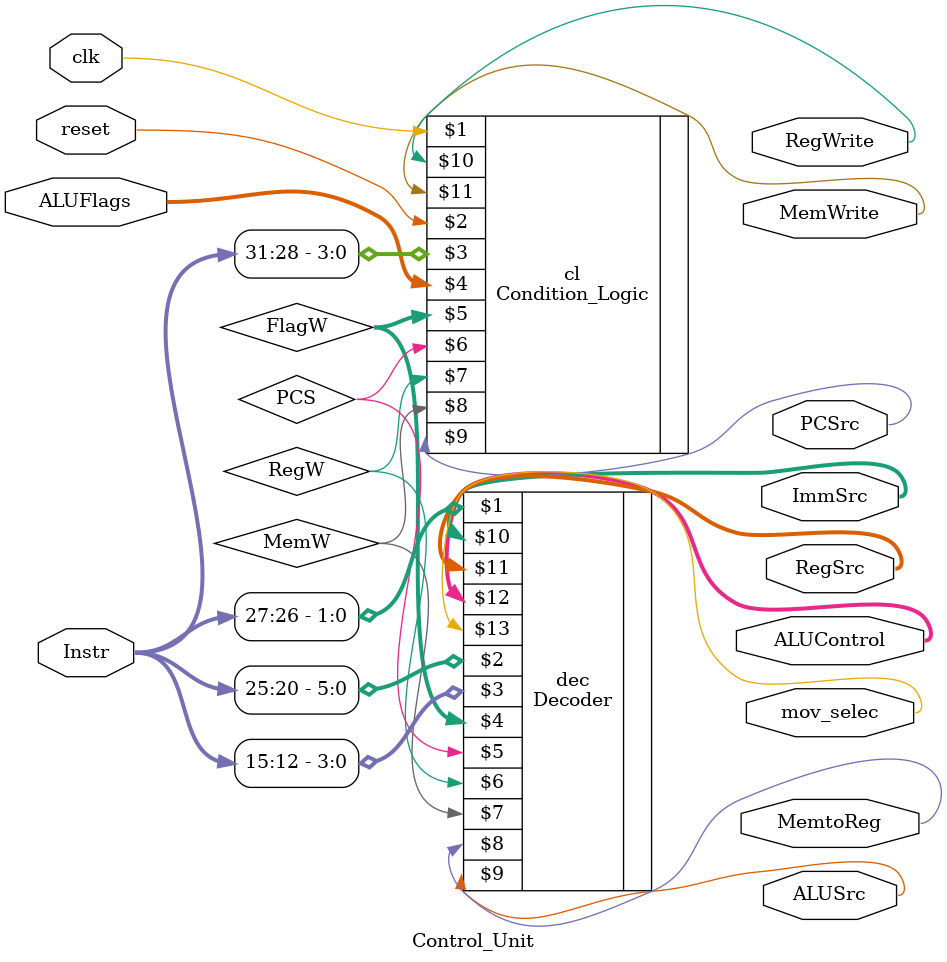
<source format=sv>
module Control_Unit (input logic clk, reset,
						input logic [31:12] Instr,
						input logic [3:0] ALUFlags,
						output logic [1:0] RegSrc,
						output logic RegWrite,
						output logic [1:0] ImmSrc,
						output logic ALUSrc,
						output logic [3:0] ALUControl,
						output logic MemWrite, MemtoReg,
						output logic PCSrc,mov_selec);
						logic [1:0] FlagW;
						logic PCS, RegW, MemW;

	Decoder dec (Instr[27:26], Instr[25:20], Instr[15:12],FlagW, PCS, RegW, MemW,MemtoReg, ALUSrc, ImmSrc, RegSrc, ALUControl,mov_selec);
	Condition_Logic cl(clk, reset, Instr[31:28], ALUFlags,FlagW, PCS, RegW, MemW,PCSrc, RegWrite, MemWrite);

endmodule 
</source>
